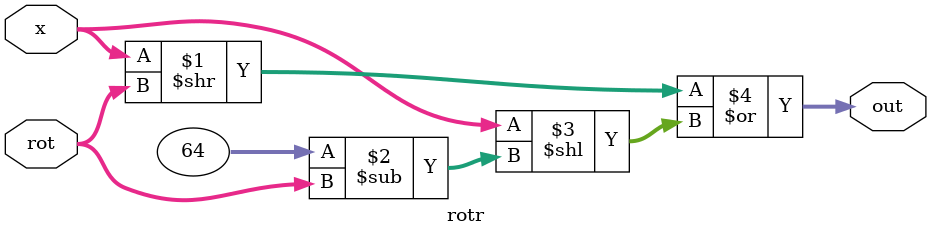
<source format=sv>
module rotr(x, rot, out);
	input logic [63:0] x;
	input logic [5:0] rot;
	output logic [63:0] out;
	assign out = (x >> rot) | (x << (64-rot));
endmodule
</source>
